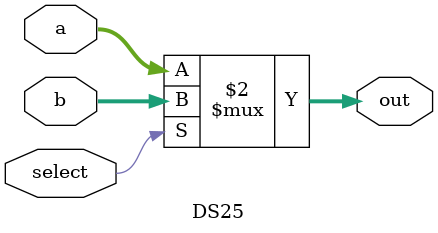
<source format=v>
`timescale 1ns / 1ps
module DS25(
    input [4:0] a,
    input [4:0] b,
    input select,
    output [4:0] out
    );
	assign out = select == 0 ? a:b;

endmodule

</source>
